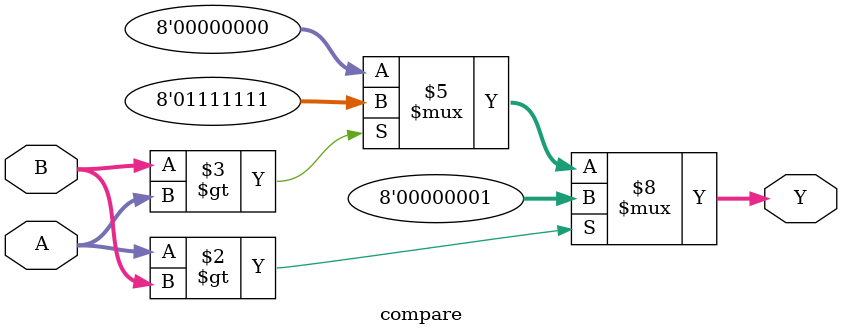
<source format=v>
module compare(
    input [7:0] A,
    input [7:0] B,
    output reg [7:0] Y
);

    always @(A, B) begin
        if (A > B) begin
            Y <= 'b0000001;
        end
        else if (B > A) begin
            Y <= 'b1111111;
        end
        else begin
            Y <= 'b0000000;
        end
    end
        
endmodule
</source>
